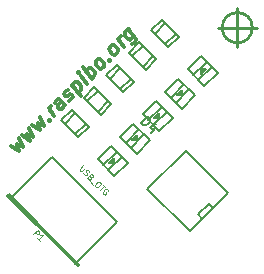
<source format=gbr>
G04 #@! TF.FileFunction,Legend,Top*
%FSLAX46Y46*%
G04 Gerber Fmt 4.6, Leading zero omitted, Abs format (unit mm)*
G04 Created by KiCad (PCBNEW no-vcs-found-product) date dom 12 lug 2015 22:33:50 CEST*
%MOMM*%
G01*
G04 APERTURE LIST*
%ADD10C,0.200000*%
%ADD11C,0.300000*%
%ADD12C,0.254000*%
%ADD13C,0.127000*%
%ADD14C,0.150000*%
%ADD15C,0.200660*%
%ADD16C,0.149860*%
%ADD17C,0.099060*%
G04 APERTURE END LIST*
D10*
D11*
X190176748Y-79969597D02*
X190833347Y-80444369D01*
X190641418Y-79828177D01*
X191156596Y-80121120D01*
X190823245Y-79323100D01*
X191065682Y-79080663D02*
X191722281Y-79555435D01*
X191530352Y-78939243D01*
X192045530Y-79232186D01*
X191712179Y-78434165D01*
X191954617Y-78191728D02*
X192611216Y-78666500D01*
X192419286Y-78050308D01*
X192934464Y-78343251D01*
X192601114Y-77545231D01*
X193348627Y-77767464D02*
X193424388Y-77772515D01*
X193419337Y-77858378D01*
X193343576Y-77853327D01*
X193348627Y-77767464D01*
X193419337Y-77858378D01*
X193823399Y-77454317D02*
X193328424Y-76817921D01*
X193469845Y-76999749D02*
X193439541Y-76868429D01*
X193444592Y-76782565D01*
X193490049Y-76656296D01*
X193570861Y-76575484D01*
X194712333Y-76565383D02*
X194323424Y-76065358D01*
X194212308Y-76014850D01*
X194096140Y-76050205D01*
X193934516Y-76211829D01*
X193889059Y-76338099D01*
X194676978Y-76519926D02*
X194631521Y-76646195D01*
X194429490Y-76848225D01*
X194313323Y-76883581D01*
X194202206Y-76833074D01*
X194131495Y-76742160D01*
X194101191Y-76610840D01*
X194146648Y-76484570D01*
X194348678Y-76282540D01*
X194394135Y-76156270D01*
X195040632Y-76156271D02*
X195156800Y-76120916D01*
X195318425Y-75959291D01*
X195363881Y-75833022D01*
X195333577Y-75701703D01*
X195298221Y-75656246D01*
X195187104Y-75605738D01*
X195070937Y-75641093D01*
X194949719Y-75762312D01*
X194833551Y-75797667D01*
X194722434Y-75747160D01*
X194687079Y-75701703D01*
X194656774Y-75570383D01*
X194702231Y-75444113D01*
X194823450Y-75322895D01*
X194939617Y-75287540D01*
X195308323Y-74838022D02*
X196050785Y-75792616D01*
X195343678Y-74883479D02*
X195389135Y-74757209D01*
X195550760Y-74595585D01*
X195666927Y-74560230D01*
X195742689Y-74565281D01*
X195853806Y-74615789D01*
X196065938Y-74888530D01*
X196096242Y-75019849D01*
X196091191Y-75105712D01*
X196045734Y-75231981D01*
X195884110Y-75393606D01*
X195767942Y-75428961D01*
X196571014Y-74706702D02*
X196076039Y-74070306D01*
X195828551Y-73752108D02*
X195823501Y-73837971D01*
X195899262Y-73843022D01*
X195904313Y-73757159D01*
X195828551Y-73752108D01*
X195899262Y-73843022D01*
X196975075Y-74302641D02*
X196232613Y-73348047D01*
X196515455Y-73711702D02*
X196560912Y-73585432D01*
X196722537Y-73423808D01*
X196838704Y-73388453D01*
X196914466Y-73393504D01*
X197025583Y-73444012D01*
X197237715Y-73716753D01*
X197268019Y-73848072D01*
X197262968Y-73933935D01*
X197217511Y-74060204D01*
X197055887Y-74221828D01*
X196939719Y-74257184D01*
X197864009Y-73413707D02*
X197747841Y-73449062D01*
X197672080Y-73444011D01*
X197560963Y-73393505D01*
X197348831Y-73120764D01*
X197318527Y-72989443D01*
X197323577Y-72903580D01*
X197369034Y-72777310D01*
X197490252Y-72656093D01*
X197606420Y-72620737D01*
X197682182Y-72625788D01*
X197793298Y-72676296D01*
X198005431Y-72949037D01*
X198035735Y-73080356D01*
X198030684Y-73166219D01*
X197985227Y-73292489D01*
X197864009Y-73413707D01*
X198439796Y-72676295D02*
X198515557Y-72681346D01*
X198510506Y-72767209D01*
X198434745Y-72762159D01*
X198439796Y-72676295D01*
X198510506Y-72767209D01*
X199035786Y-72241930D02*
X198919618Y-72277285D01*
X198843857Y-72272234D01*
X198732740Y-72221727D01*
X198520608Y-71948986D01*
X198490304Y-71817666D01*
X198495354Y-71731803D01*
X198540811Y-71605533D01*
X198662029Y-71484315D01*
X198778197Y-71448960D01*
X198853959Y-71454011D01*
X198965076Y-71504519D01*
X199177208Y-71777260D01*
X199207512Y-71908579D01*
X199202461Y-71994442D01*
X199157004Y-72120712D01*
X199035786Y-72241930D01*
X199682283Y-71595432D02*
X199187309Y-70959036D01*
X199328730Y-71140865D02*
X199298425Y-71009544D01*
X199303476Y-70923681D01*
X199348933Y-70797411D01*
X199429745Y-70716600D01*
X200076243Y-70070102D02*
X200677284Y-70842869D01*
X200707588Y-70974188D01*
X200702537Y-71060051D01*
X200657081Y-71186320D01*
X200535862Y-71307539D01*
X200419695Y-71342894D01*
X200535862Y-70661041D02*
X200490405Y-70787310D01*
X200328781Y-70948935D01*
X200212613Y-70984290D01*
X200136852Y-70979239D01*
X200025735Y-70928733D01*
X199813603Y-70655992D01*
X199783299Y-70524671D01*
X199788349Y-70438808D01*
X199833806Y-70312538D01*
X199995431Y-70150914D01*
X200111598Y-70115559D01*
D12*
X209308700Y-68326000D02*
X209308700Y-71628000D01*
X207657700Y-69977000D02*
X210959700Y-69977000D01*
X210585034Y-69977000D02*
G75*
G03X210585034Y-69977000I-1276334J0D01*
G01*
D13*
X206233112Y-73518112D02*
X206233112Y-73941980D01*
X206233112Y-73941980D02*
X206656980Y-73518112D01*
X206656980Y-73518112D02*
X206233112Y-73518112D01*
X206375000Y-73519908D02*
X206234908Y-73660000D01*
X206233112Y-73801888D02*
X206516888Y-73518112D01*
X206728822Y-72882310D02*
X205597310Y-74013822D01*
X206021178Y-74437690D02*
X207152690Y-73306178D01*
X206516888Y-74933400D02*
X205101600Y-73518112D01*
X205101600Y-73518112D02*
X206233112Y-72386600D01*
X206233112Y-72386600D02*
X207648400Y-73801888D01*
X207648400Y-73801888D02*
X206516888Y-74933400D01*
X204611888Y-75706888D02*
X204611888Y-75283020D01*
X204611888Y-75283020D02*
X204188020Y-75706888D01*
X204188020Y-75706888D02*
X204611888Y-75706888D01*
X204470000Y-75705092D02*
X204610092Y-75565000D01*
X204611888Y-75423112D02*
X204328112Y-75706888D01*
X204116178Y-76342690D02*
X205247690Y-75211178D01*
X204823822Y-74787310D02*
X203692310Y-75918822D01*
X204328112Y-74291600D02*
X205743400Y-75706888D01*
X205743400Y-75706888D02*
X204611888Y-76838400D01*
X204611888Y-76838400D02*
X203196600Y-75423112D01*
X203196600Y-75423112D02*
X204328112Y-74291600D01*
X202706888Y-77611888D02*
X202706888Y-77188020D01*
X202706888Y-77188020D02*
X202283020Y-77611888D01*
X202283020Y-77611888D02*
X202706888Y-77611888D01*
X202565000Y-77610092D02*
X202705092Y-77470000D01*
X202706888Y-77328112D02*
X202423112Y-77611888D01*
X202211178Y-78247690D02*
X203342690Y-77116178D01*
X202918822Y-76692310D02*
X201787310Y-77823822D01*
X202423112Y-76196600D02*
X203838400Y-77611888D01*
X203838400Y-77611888D02*
X202706888Y-78743400D01*
X202706888Y-78743400D02*
X201291600Y-77328112D01*
X201291600Y-77328112D02*
X202423112Y-76196600D01*
X200801888Y-79516888D02*
X200801888Y-79093020D01*
X200801888Y-79093020D02*
X200378020Y-79516888D01*
X200378020Y-79516888D02*
X200801888Y-79516888D01*
X200660000Y-79515092D02*
X200800092Y-79375000D01*
X200801888Y-79233112D02*
X200518112Y-79516888D01*
X200306178Y-80152690D02*
X201437690Y-79021178D01*
X201013822Y-78597310D02*
X199882310Y-79728822D01*
X200518112Y-78101600D02*
X201933400Y-79516888D01*
X201933400Y-79516888D02*
X200801888Y-80648400D01*
X200801888Y-80648400D02*
X199386600Y-79233112D01*
X199386600Y-79233112D02*
X200518112Y-78101600D01*
X198896888Y-81421888D02*
X198896888Y-80998020D01*
X198896888Y-80998020D02*
X198473020Y-81421888D01*
X198473020Y-81421888D02*
X198896888Y-81421888D01*
X198755000Y-81420092D02*
X198895092Y-81280000D01*
X198896888Y-81138112D02*
X198613112Y-81421888D01*
X198401178Y-82057690D02*
X199532690Y-80926178D01*
X199108822Y-80502310D02*
X197977310Y-81633822D01*
X198613112Y-80006600D02*
X200028400Y-81421888D01*
X200028400Y-81421888D02*
X198896888Y-82553400D01*
X198896888Y-82553400D02*
X197481600Y-81138112D01*
X197481600Y-81138112D02*
X198613112Y-80006600D01*
D14*
X205284605Y-87232497D02*
X201692503Y-83640395D01*
X201692503Y-83640395D02*
X204925395Y-80407503D01*
X204925395Y-80407503D02*
X208517497Y-83999605D01*
X208517497Y-83999605D02*
X205284605Y-87232497D01*
X206362236Y-86154867D02*
X206003026Y-85795656D01*
X206003026Y-85795656D02*
X206901051Y-84897631D01*
X206901051Y-84897631D02*
X207260261Y-85256841D01*
D13*
X202301974Y-70485000D02*
X203200000Y-69586974D01*
X203200000Y-71383026D02*
X204080065Y-70502961D01*
X203469408Y-71652433D02*
X202032567Y-70215592D01*
X202032567Y-70215592D02*
X202930592Y-69317567D01*
X202930592Y-69317567D02*
X204367433Y-70754408D01*
X204367433Y-70754408D02*
X203469408Y-71652433D01*
X200396974Y-72390000D02*
X201295000Y-71491974D01*
X201295000Y-73288026D02*
X202175065Y-72407961D01*
X201564408Y-73557433D02*
X200127567Y-72120592D01*
X200127567Y-72120592D02*
X201025592Y-71222567D01*
X201025592Y-71222567D02*
X202462433Y-72659408D01*
X202462433Y-72659408D02*
X201564408Y-73557433D01*
X198491974Y-74295000D02*
X199390000Y-73396974D01*
X199390000Y-75193026D02*
X200270065Y-74312961D01*
X199659408Y-75462433D02*
X198222567Y-74025592D01*
X198222567Y-74025592D02*
X199120592Y-73127567D01*
X199120592Y-73127567D02*
X200557433Y-74564408D01*
X200557433Y-74564408D02*
X199659408Y-75462433D01*
X196586974Y-76200000D02*
X197485000Y-75301974D01*
X197485000Y-77098026D02*
X198365065Y-76217961D01*
X197754408Y-77367433D02*
X196317567Y-75930592D01*
X196317567Y-75930592D02*
X197215592Y-75032567D01*
X197215592Y-75032567D02*
X198652433Y-76469408D01*
X198652433Y-76469408D02*
X197754408Y-77367433D01*
X194681974Y-78105000D02*
X195580000Y-77206974D01*
X195580000Y-79003026D02*
X196460065Y-78122961D01*
X195849408Y-79272433D02*
X194412567Y-77835592D01*
X194412567Y-77835592D02*
X195310592Y-76937567D01*
X195310592Y-76937567D02*
X196747433Y-78374408D01*
X196747433Y-78374408D02*
X195849408Y-79272433D01*
D15*
X189925839Y-84167824D02*
X195867176Y-90109161D01*
X189853997Y-84239666D02*
X195795334Y-90181003D01*
X195795334Y-90181003D02*
X195937222Y-90039115D01*
X195937222Y-90039115D02*
X189995885Y-84097778D01*
X189995885Y-84097778D02*
X189853997Y-84239666D01*
X190067727Y-84453396D02*
X193604152Y-80916971D01*
X193604152Y-80916971D02*
X199118029Y-86430848D01*
X199118029Y-86430848D02*
X195581604Y-89967273D01*
D16*
X201153914Y-78045922D02*
X201719670Y-77480166D01*
X201854374Y-77614870D01*
X201908255Y-77722633D01*
X201908255Y-77830396D01*
X201881315Y-77911219D01*
X201800492Y-78045922D01*
X201719670Y-78126745D01*
X201584966Y-78207567D01*
X201504144Y-78234508D01*
X201396381Y-78234508D01*
X201288618Y-78180626D01*
X201153914Y-78045922D01*
X202339308Y-78476975D02*
X201962137Y-78854145D01*
X202420130Y-78126745D02*
X201881315Y-78396152D01*
X202231545Y-78746382D01*
D17*
X192049628Y-87463064D02*
X192403450Y-87109242D01*
X192538239Y-87244031D01*
X192555087Y-87294577D01*
X192555087Y-87328275D01*
X192538239Y-87378821D01*
X192487693Y-87429367D01*
X192437147Y-87446216D01*
X192403449Y-87446216D01*
X192352904Y-87429367D01*
X192218114Y-87294577D01*
X192588785Y-88002221D02*
X192386601Y-87800037D01*
X192487693Y-87901129D02*
X192841515Y-87547307D01*
X192757272Y-87564156D01*
X192689877Y-87564156D01*
X192639331Y-87547307D01*
X196254226Y-81624144D02*
X195967798Y-81910572D01*
X195950950Y-81961118D01*
X195950949Y-81994815D01*
X195967799Y-82045361D01*
X196035193Y-82112755D01*
X196085738Y-82129604D01*
X196119436Y-82129604D01*
X196169982Y-82112756D01*
X196456410Y-81826328D01*
X196271074Y-82314940D02*
X196304772Y-82382334D01*
X196389015Y-82466577D01*
X196439561Y-82483427D01*
X196473258Y-82483426D01*
X196523805Y-82466578D01*
X196557502Y-82432881D01*
X196574351Y-82382334D01*
X196574351Y-82348638D01*
X196557502Y-82298091D01*
X196506956Y-82213848D01*
X196490107Y-82163302D01*
X196490107Y-82129604D01*
X196506956Y-82079058D01*
X196540653Y-82045361D01*
X196591199Y-82028513D01*
X196624897Y-82028513D01*
X196675443Y-82045361D01*
X196759686Y-82129604D01*
X196793383Y-82196999D01*
X196911323Y-82618216D02*
X196945021Y-82685610D01*
X196945021Y-82719308D01*
X196928173Y-82769854D01*
X196877627Y-82820400D01*
X196827081Y-82837248D01*
X196793383Y-82837248D01*
X196742837Y-82820399D01*
X196608048Y-82685610D01*
X196961870Y-82331788D01*
X197079810Y-82449728D01*
X197096659Y-82500275D01*
X197096659Y-82533972D01*
X197079810Y-82584519D01*
X197046113Y-82618216D01*
X196995567Y-82635064D01*
X196961870Y-82635065D01*
X196911323Y-82618216D01*
X196793383Y-82500275D01*
X196843929Y-82988887D02*
X197113508Y-83258466D01*
X197652666Y-83022584D02*
X197720060Y-83089978D01*
X197736908Y-83140524D01*
X197736909Y-83207919D01*
X197686362Y-83292163D01*
X197568422Y-83410103D01*
X197484179Y-83460650D01*
X197416784Y-83460649D01*
X197366238Y-83443800D01*
X197298844Y-83376406D01*
X197281994Y-83325860D01*
X197281994Y-83258466D01*
X197332540Y-83174222D01*
X197450481Y-83056281D01*
X197534725Y-83005735D01*
X197602119Y-83005735D01*
X197652666Y-83022584D01*
X197905396Y-83275314D02*
X198107580Y-83477498D01*
X197652666Y-83730228D02*
X198006488Y-83376406D01*
X198394007Y-83797623D02*
X198377159Y-83747077D01*
X198326613Y-83696531D01*
X198259218Y-83662834D01*
X198191824Y-83662834D01*
X198141277Y-83679682D01*
X198057033Y-83730228D01*
X198006487Y-83780774D01*
X197955942Y-83865018D01*
X197939093Y-83915564D01*
X197939093Y-83982959D01*
X197972791Y-84050353D01*
X198006488Y-84084050D01*
X198073882Y-84117748D01*
X198107580Y-84117748D01*
X198225521Y-83999808D01*
X198158126Y-83932413D01*
M02*

</source>
